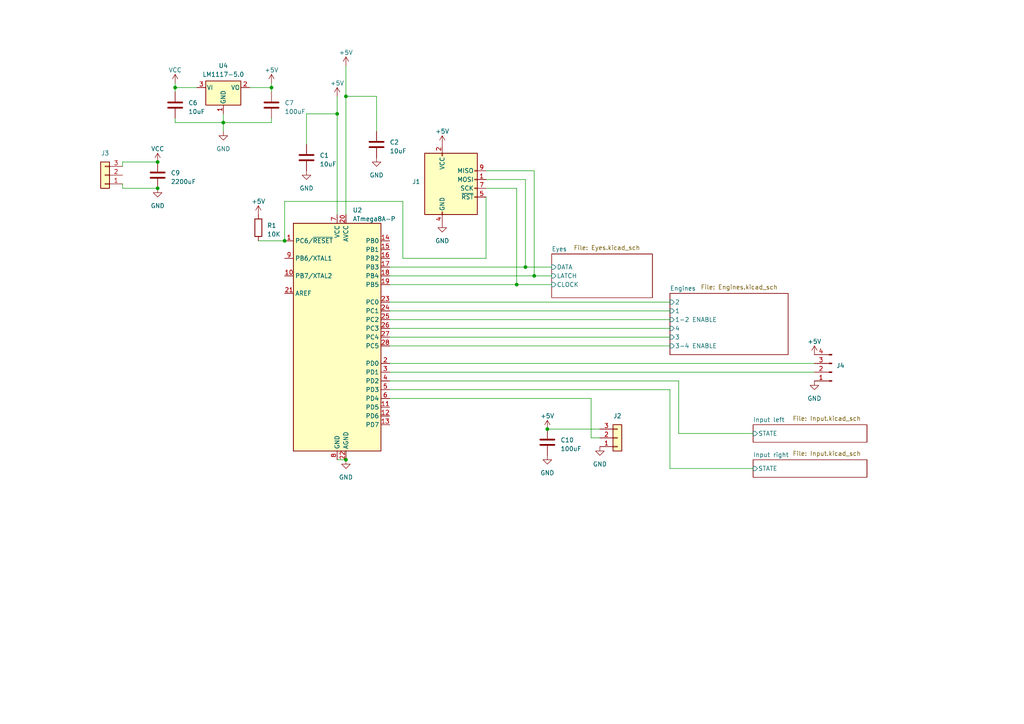
<source format=kicad_sch>
(kicad_sch (version 20230121) (generator eeschema)
  (paper "A4")
  (lib_symbols
    (symbol "+5V_1" (power) (pin_names (offset 0))
      (property "Value" "+5V_1" (at 0 3.556 0))
      (symbol "+5V_1_0_1"
        (polyline (pts (xy -0.762 1.27) (xy 0 2.54)))
        (polyline (pts (xy 0 0) (xy 0 2.54)))
        (polyline (pts (xy 0 2.54) (xy 0.762 1.27)))
      )
      (symbol "+5V_1_1_1"
        (pin power_in line (at 0 0 90) (length 0) hide (name "+5V") (number "1"))
      )
    )
    (symbol "Connector:AVR-ISP-10" (pin_names (offset 1.016))
      (property "Reference" "J" (at -6.35 11.43 0))
      (property "Value" "AVR-ISP-10" (at 0 11.43 0))
      (symbol "AVR-ISP-10_0_1"
        (rectangle (start -2.667 -6.858) (end -2.413 -7.62))
        (rectangle (start -2.667 10.16) (end -2.413 9.398))
        (rectangle (start 7.62 -2.413) (end 6.858 -2.667))
        (rectangle (start 7.62 0.127) (end 6.858 -0.127))
        (rectangle (start 7.62 2.667) (end 6.858 2.413))
        (rectangle (start 7.62 5.207) (end 6.858 4.953))
        (rectangle (start 7.62 10.16) (end -7.62 -7.62) (stroke (width 0.254)) (fill (type background)))
      )
      (symbol "AVR-ISP-10_1_1"
        (pin passive line (at 10.16 2.54 180) (length 2.54) (name "MOSI") (number "1"))
        (pin passive line (at -2.54 -10.16 90) (length 2.54) hide (name "GND") (number "10"))
        (pin passive line (at -2.54 12.7 270) (length 2.54) (name "VCC") (number "2"))
        (pin no_connect line (at 7.62 -5.08 180) (length 2.54) hide (name "NC") (number "3"))
        (pin passive line (at -2.54 -10.16 90) (length 2.54) (name "GND") (number "4"))
        (pin passive line (at 10.16 -2.54 180) (length 2.54) (name "~{RST}") (number "5"))
        (pin passive line (at -2.54 -10.16 90) (length 2.54) hide (name "GND") (number "6"))
        (pin passive line (at 10.16 0 180) (length 2.54) (name "SCK") (number "7"))
        (pin passive line (at -2.54 -10.16 90) (length 2.54) hide (name "GND") (number "8"))
        (pin passive line (at 10.16 5.08 180) (length 2.54) (name "MISO") (number "9"))
      )
    )
    (symbol "Connector:Conn_01x04_Pin" (pin_names (offset 1.016) hide)
      (property "Reference" "J" (at 0 5.08 0))
      (property "Value" "Conn_01x04_Pin" (at 0 -7.62 0))
      (symbol "Conn_01x04_Pin_1_1"
        (polyline (pts (xy 1.27 -5.08) (xy 0.8636 -5.08)) (stroke (width 0.1524)))
        (polyline (pts (xy 1.27 -2.54) (xy 0.8636 -2.54)) (stroke (width 0.1524)))
        (polyline (pts (xy 1.27 0) (xy 0.8636 0)) (stroke (width 0.1524)))
        (polyline (pts (xy 1.27 2.54) (xy 0.8636 2.54)) (stroke (width 0.1524)))
        (rectangle (start 0.8636 -4.953) (end 0 -5.207) (stroke (width 0.1524)) (fill (type outline)))
        (rectangle (start 0.8636 -2.413) (end 0 -2.667) (stroke (width 0.1524)) (fill (type outline)))
        (rectangle (start 0.8636 0.127) (end 0 -0.127) (stroke (width 0.1524)) (fill (type outline)))
        (rectangle (start 0.8636 2.667) (end 0 2.413) (stroke (width 0.1524)) (fill (type outline)))
        (pin passive line (at 5.08 2.54 180) (length 3.81) (name "Pin_1") (number "1"))
        (pin passive line (at 5.08 0 180) (length 3.81) (name "Pin_2") (number "2"))
        (pin passive line (at 5.08 -2.54 180) (length 3.81) (name "Pin_3") (number "3"))
        (pin passive line (at 5.08 -5.08 180) (length 3.81) (name "Pin_4") (number "4"))
      )
    )
    (symbol "Connector_Generic:Conn_01x03" (pin_names (offset 1.016) hide)
      (property "Reference" "J" (at 0 5.08 0))
      (property "Value" "Conn_01x03" (at 0 -5.08 0))
      (symbol "Conn_01x03_1_1"
        (rectangle (start -1.27 -2.413) (end 0 -2.667) (stroke (width 0.1524)))
        (rectangle (start -1.27 0.127) (end 0 -0.127) (stroke (width 0.1524)))
        (rectangle (start -1.27 2.667) (end 0 2.413) (stroke (width 0.1524)))
        (rectangle (start -1.27 3.81) (end 1.27 -3.81) (stroke (width 0.254)) (fill (type background)))
        (pin passive line (at -5.08 2.54 0) (length 3.81) (name "Pin_1") (number "1"))
        (pin passive line (at -5.08 0 0) (length 3.81) (name "Pin_2") (number "2"))
        (pin passive line (at -5.08 -2.54 0) (length 3.81) (name "Pin_3") (number "3"))
      )
    )
    (symbol "Device:C" (pin_numbers hide) (pin_names (offset 0.254))
      (property "Reference" "C" (at 0.635 2.54 0))
      (property "Value" "C" (at 0.635 -2.54 0))
      (symbol "C_0_1"
        (polyline (pts (xy -2.032 -0.762) (xy 2.032 -0.762)) (stroke (width 0.508)))
        (polyline (pts (xy -2.032 0.762) (xy 2.032 0.762)) (stroke (width 0.508)))
      )
      (symbol "C_1_1"
        (pin passive line (at 0 3.81 270) (length 2.794) (name "~") (number "1"))
        (pin passive line (at 0 -3.81 90) (length 2.794) (name "~") (number "2"))
      )
    )
    (symbol "Device:R" (pin_numbers hide) (pin_names (offset 0))
      (property "Reference" "R" (at 2.032 0 90))
      (property "Value" "R" (at 0 0 90))
      (symbol "R_0_1"
        (rectangle (start -1.016 -2.54) (end 1.016 2.54) (stroke (width 0.254)))
      )
      (symbol "R_1_1"
        (pin passive line (at 0 3.81 270) (length 1.27) (name "~") (number "1"))
        (pin passive line (at 0 -3.81 90) (length 1.27) (name "~") (number "2"))
      )
    )
    (symbol "GND_1" (power) (pin_names (offset 0))
      (property "Value" "GND_1" (at 0 -3.81 0))
      (symbol "GND_1_0_1"
        (polyline (pts (xy 0 0) (xy 0 -1.27) (xy 1.27 -1.27) (xy 0 -2.54) (xy -1.27 -1.27) (xy 0 -1.27)))
      )
      (symbol "GND_1_1_1"
        (pin power_in line (at 0 0 270) (length 0) hide (name "GND") (number "1"))
      )
    )
    (symbol "MCU_Microchip_ATmega:ATmega8A-P"
      (property "Reference" "U" (at -12.7 34.29 0))
      (property "Value" "ATmega8A-P" (at 5.08 -34.29 0))
      (symbol "ATmega8A-P_0_1"
        (rectangle (start -12.7 -33.02) (end 12.7 33.02) (stroke (width 0.254)) (fill (type background)))
      )
      (symbol "ATmega8A-P_1_1"
        (pin bidirectional line (at -15.24 27.94 0) (length 2.54) (name "PC6/~{RESET}") (number "1"))
        (pin bidirectional line (at -15.24 17.78 0) (length 2.54) (name "PB7/XTAL2") (number "10"))
        (pin bidirectional line (at 15.24 -20.32 180) (length 2.54) (name "PD5") (number "11"))
        (pin bidirectional line (at 15.24 -22.86 180) (length 2.54) (name "PD6") (number "12"))
        (pin bidirectional line (at 15.24 -25.4 180) (length 2.54) (name "PD7") (number "13"))
        (pin bidirectional line (at 15.24 27.94 180) (length 2.54) (name "PB0") (number "14"))
        (pin bidirectional line (at 15.24 25.4 180) (length 2.54) (name "PB1") (number "15"))
        (pin bidirectional line (at 15.24 22.86 180) (length 2.54) (name "PB2") (number "16"))
        (pin bidirectional line (at 15.24 20.32 180) (length 2.54) (name "PB3") (number "17"))
        (pin bidirectional line (at 15.24 17.78 180) (length 2.54) (name "PB4") (number "18"))
        (pin bidirectional line (at 15.24 15.24 180) (length 2.54) (name "PB5") (number "19"))
        (pin bidirectional line (at 15.24 -7.62 180) (length 2.54) (name "PD0") (number "2"))
        (pin power_in line (at 2.54 35.56 270) (length 2.54) (name "AVCC") (number "20"))
        (pin passive line (at -15.24 12.7 0) (length 2.54) (name "AREF") (number "21"))
        (pin power_in line (at 2.54 -35.56 90) (length 2.54) (name "AGND") (number "22"))
        (pin bidirectional line (at 15.24 10.16 180) (length 2.54) (name "PC0") (number "23"))
        (pin bidirectional line (at 15.24 7.62 180) (length 2.54) (name "PC1") (number "24"))
        (pin bidirectional line (at 15.24 5.08 180) (length 2.54) (name "PC2") (number "25"))
        (pin bidirectional line (at 15.24 2.54 180) (length 2.54) (name "PC3") (number "26"))
        (pin bidirectional line (at 15.24 0 180) (length 2.54) (name "PC4") (number "27"))
        (pin bidirectional line (at 15.24 -2.54 180) (length 2.54) (name "PC5") (number "28"))
        (pin bidirectional line (at 15.24 -10.16 180) (length 2.54) (name "PD1") (number "3"))
        (pin bidirectional line (at 15.24 -12.7 180) (length 2.54) (name "PD2") (number "4"))
        (pin bidirectional line (at 15.24 -15.24 180) (length 2.54) (name "PD3") (number "5"))
        (pin bidirectional line (at 15.24 -17.78 180) (length 2.54) (name "PD4") (number "6"))
        (pin power_in line (at 0 35.56 270) (length 2.54) (name "VCC") (number "7"))
        (pin power_in line (at 0 -35.56 90) (length 2.54) (name "GND") (number "8"))
        (pin bidirectional line (at -15.24 22.86 0) (length 2.54) (name "PB6/XTAL1") (number "9"))
      )
    )
    (symbol "Regulator_Linear:LM1117-5.0" (pin_names (offset 0.254))
      (property "Reference" "U" (at -3.81 3.175 0))
      (property "Value" "LM1117-5.0" (at 0 3.175 0))
      (symbol "LM1117-5.0_0_1"
        (rectangle (start -5.08 -5.08) (end 5.08 1.905) (stroke (width 0.254)) (fill (type background)))
      )
      (symbol "LM1117-5.0_1_1"
        (pin power_in line (at 0 -7.62 90) (length 2.54) (name "GND") (number "1"))
        (pin power_out line (at 7.62 0 180) (length 2.54) (name "VO") (number "2"))
        (pin power_in line (at -7.62 0 0) (length 2.54) (name "VI") (number "3"))
      )
    )
    (symbol "power:+5V" (power) (pin_names (offset 0))
      (property "Value" "+5V" (at 0 3.556 0))
      (symbol "+5V_0_1"
        (polyline (pts (xy -0.762 1.27) (xy 0 2.54)))
        (polyline (pts (xy 0 0) (xy 0 2.54)))
        (polyline (pts (xy 0 2.54) (xy 0.762 1.27)))
      )
      (symbol "+5V_1_1"
        (pin power_in line (at 0 0 90) (length 0) hide (name "+5V") (number "1"))
      )
    )
    (symbol "power:GND" (power) (pin_names (offset 0))
      (property "Value" "GND" (at 0 -3.81 0))
      (symbol "GND_0_1"
        (polyline (pts (xy 0 0) (xy 0 -1.27) (xy 1.27 -1.27) (xy 0 -2.54) (xy -1.27 -1.27) (xy 0 -1.27)))
      )
      (symbol "GND_1_1"
        (pin power_in line (at 0 0 270) (length 0) hide (name "GND") (number "1"))
      )
    )
    (symbol "power:VCC" (power) (pin_names (offset 0))
      (property "Value" "VCC" (at 0 3.81 0))
      (symbol "VCC_0_1"
        (polyline (pts (xy -0.762 1.27) (xy 0 2.54)))
        (polyline (pts (xy 0 0) (xy 0 2.54)))
        (polyline (pts (xy 0 2.54) (xy 0.762 1.27)))
      )
      (symbol "VCC_1_1"
        (pin power_in line (at 0 0 90) (length 0) hide (name "VCC") (number "1"))
      )
    )
  )
  (junction (at 82.55 69.85))
  (junction (at 100.33 27.94))
  (junction (at 149.86 82.55))
  (junction (at 154.94 80.01))
  (junction (at 100.33 133.35))
  (junction (at 78.74 25.4))
  (junction (at 152.4 77.47))
  (junction (at 45.72 54.61))
  (junction (at 158.75 124.46))
  (junction (at 50.8 25.4))
  (junction (at 64.77 35.56))
  (junction (at 45.72 46.99))
  (junction (at 97.79 33.02))
  (wire (pts (xy 88.9 41.91) (xy 88.9 33.02)))
  (wire (pts (xy 97.79 33.02) (xy 97.79 62.23)))
  (wire (pts (xy 113.03 82.55) (xy 149.86 82.55)))
  (wire (pts (xy 45.72 46.99) (xy 35.56 46.99)))
  (wire (pts (xy 152.4 77.47) (xy 160.02 77.47)))
  (wire (pts (xy 78.74 35.56) (xy 78.74 34.29)))
  (wire (pts (xy 196.85 110.49) (xy 196.85 125.73)))
  (wire (pts (xy 154.94 49.53) (xy 140.97 49.53)))
  (wire (pts (xy 88.9 33.02) (xy 97.79 33.02)))
  (wire (pts (xy 113.03 92.71) (xy 194.31 92.71)))
  (wire (pts (xy 74.93 69.85) (xy 82.55 69.85)))
  (wire (pts (xy 100.33 19.05) (xy 100.33 27.94)))
  (wire (pts (xy 113.03 105.41) (xy 236.22 105.41)))
  (wire (pts (xy 50.8 25.4) (xy 50.8 26.67)))
  (wire (pts (xy 171.45 115.57) (xy 171.45 127)))
  (wire (pts (xy 35.56 46.99) (xy 35.56 48.26)))
  (wire (pts (xy 97.79 133.35) (xy 100.33 133.35)))
  (wire (pts (xy 113.03 107.95) (xy 236.22 107.95)))
  (wire (pts (xy 149.86 54.61) (xy 140.97 54.61)))
  (wire (pts (xy 64.77 33.02) (xy 64.77 35.56)))
  (wire (pts (xy 116.84 58.42) (xy 82.55 58.42)))
  (wire (pts (xy 171.45 127) (xy 173.99 127)))
  (wire (pts (xy 116.84 74.93) (xy 116.84 58.42)))
  (wire (pts (xy 113.03 95.25) (xy 194.31 95.25)))
  (wire (pts (xy 149.86 82.55) (xy 160.02 82.55)))
  (wire (pts (xy 113.03 100.33) (xy 194.31 100.33)))
  (wire (pts (xy 113.03 77.47) (xy 152.4 77.47)))
  (wire (pts (xy 113.03 80.01) (xy 154.94 80.01)))
  (wire (pts (xy 109.22 27.94) (xy 100.33 27.94)))
  (wire (pts (xy 196.85 125.73) (xy 218.44 125.73)))
  (wire (pts (xy 64.77 38.1) (xy 64.77 35.56)))
  (wire (pts (xy 113.03 90.17) (xy 194.31 90.17)))
  (wire (pts (xy 45.72 54.61) (xy 35.56 54.61)))
  (wire (pts (xy 152.4 52.07) (xy 140.97 52.07)))
  (wire (pts (xy 152.4 52.07) (xy 152.4 77.47)))
  (wire (pts (xy 64.77 35.56) (xy 78.74 35.56)))
  (wire (pts (xy 78.74 26.67) (xy 78.74 25.4)))
  (wire (pts (xy 50.8 24.13) (xy 50.8 25.4)))
  (wire (pts (xy 140.97 57.15) (xy 140.97 74.93)))
  (wire (pts (xy 140.97 74.93) (xy 116.84 74.93)))
  (wire (pts (xy 78.74 25.4) (xy 72.39 25.4)))
  (wire (pts (xy 113.03 87.63) (xy 194.31 87.63)))
  (wire (pts (xy 173.99 124.46) (xy 158.75 124.46)))
  (wire (pts (xy 113.03 110.49) (xy 196.85 110.49)))
  (wire (pts (xy 82.55 58.42) (xy 82.55 69.85)))
  (wire (pts (xy 149.86 54.61) (xy 149.86 82.55)))
  (wire (pts (xy 100.33 27.94) (xy 100.33 62.23)))
  (wire (pts (xy 50.8 35.56) (xy 64.77 35.56)))
  (wire (pts (xy 194.31 135.89) (xy 194.31 113.03)))
  (wire (pts (xy 113.03 97.79) (xy 194.31 97.79)))
  (wire (pts (xy 194.31 135.89) (xy 218.44 135.89)))
  (wire (pts (xy 154.94 49.53) (xy 154.94 80.01)))
  (wire (pts (xy 194.31 113.03) (xy 113.03 113.03)))
  (wire (pts (xy 113.03 115.57) (xy 171.45 115.57)))
  (wire (pts (xy 97.79 27.94) (xy 97.79 33.02)))
  (wire (pts (xy 35.56 54.61) (xy 35.56 53.34)))
  (wire (pts (xy 154.94 80.01) (xy 160.02 80.01)))
  (wire (pts (xy 109.22 38.1) (xy 109.22 27.94)))
  (wire (pts (xy 78.74 24.13) (xy 78.74 25.4)))
  (wire (pts (xy 57.15 25.4) (xy 50.8 25.4)))
  (wire (pts (xy 50.8 35.56) (xy 50.8 34.29)))
  (symbol (lib_id "Connector:Conn_01x04_Pin") (at 241.3 107.95 180) (unit 1)
    (property "Reference" "J4" (at 242.57 106.045 0) (effects (justify right)))
    (property "Value" "Conn_01x04_Pin" (effects hide))
    (property "Footprint" "Connector_PinSocket_2.54mm:PinSocket_1x04_P2.54mm_Vertical" (effects hide))
  )
  (symbol (lib_id "power:GND") (at 45.72 54.61 0) (unit 1)
    (property "Reference" "#PWR030" (effects hide))
    (property "Value" "GND" (at 45.72 59.69 0))
  )
  (symbol (lib_id "power:GND") (at 173.99 129.54 0) (mirror y) (unit 1)
    (property "Reference" "#PWR028" (effects hide))
    (property "Value" "GND" (at 173.99 134.62 0))
  )
  (symbol (lib_id "power:+5V") (at 158.75 124.46 0) (mirror y) (unit 1)
    (property "Reference" "#PWR027" (effects hide))
    (property "Value" "+5V" (at 158.75 120.65 0))
  )
  (symbol (lib_id "Device:C") (at 45.72 50.8 0) (unit 1)
    (property "Reference" "C9" (at 49.53 50.165 0) (effects (justify left)))
    (property "Value" "2200uF" (at 49.53 52.705 0) (effects (justify left)))
    (property "Footprint" "Capacitor_THT:C_Rect_L4.0mm_W2.5mm_P2.50mm" (effects hide))
  )
  (symbol (lib_name "GND_1") (lib_id "power:GND") (at 236.22 110.49 0) (unit 1)
    (property "Reference" "#PWR042" (effects hide))
    (property "Value" "GND" (at 236.22 115.57 0))
  )
  (symbol (lib_name "+5V_1") (lib_id "power:+5V") (at 236.22 102.87 0) (unit 1)
    (property "Reference" "#PWR043" (effects hide))
    (property "Value" "+5V" (at 236.22 99.06 0))
  )
  (symbol (lib_id "power:GND") (at 64.77 38.1 0) (unit 1)
    (property "Reference" "#PWR012" (effects hide))
    (property "Value" "GND" (at 64.77 43.18 0))
  )
  (symbol (lib_id "Connector:AVR-ISP-10") (at 130.81 54.61 0) (unit 1)
    (property "Reference" "J1" (at 121.92 52.705 0) (effects (justify right)))
    (property "Value" "AVR-ISP-10" (effects hide))
    (property "Footprint" "Connector_IDC:IDC-Header_2x05_P2.54mm_Vertical" (effects hide))
    (property "Datasheet" " ~" (effects hide))
  )
  (symbol (lib_id "MCU_Microchip_ATmega:ATmega8A-P") (at 97.79 97.79 0) (unit 1)
    (property "Reference" "U2" (at 102.2859 60.96 0) (effects (justify left)))
    (property "Value" "ATmega8A-P" (at 102.2859 63.5 0) (effects (justify left)))
    (property "Footprint" "Package_DIP:DIP-28_W7.62mm_LongPads" (effects hide))
    (property "Datasheet" "http://ww1.microchip.com/downloads/en/DeviceDoc/Microchip%208bit%20mcu%20AVR%20ATmega8A%20data%20sheet%2040001974A.pdf" (effects hide))
  )
  (symbol (lib_id "power:+5V") (at 100.33 19.05 0) (unit 1)
    (property "Reference" "#PWR05" (effects hide))
    (property "Value" "+5V" (at 100.33 15.24 0))
  )
  (symbol (lib_id "power:+5V") (at 97.79 27.94 0) (unit 1)
    (property "Reference" "#PWR06" (effects hide))
    (property "Value" "+5V" (at 97.79 24.13 0))
  )
  (symbol (lib_id "power:GND") (at 128.27 64.77 0) (unit 1)
    (property "Reference" "#PWR033" (effects hide))
    (property "Value" "GND" (at 128.27 69.85 0))
  )
  (symbol (lib_id "Connector_Generic:Conn_01x03") (at 30.48 50.8 180) (unit 1)
    (property "Reference" "J3" (at 30.48 44.45 0))
    (property "Value" "Conn_01x03" (effects hide))
    (property "Footprint" "Connector:FanPinHeader_1x03_P2.54mm_Vertical" (effects hide))
  )
  (symbol (lib_id "Regulator_Linear:LM1117-5.0") (at 64.77 25.4 0) (unit 1)
    (property "Reference" "U4" (at 64.77 19.05 0))
    (property "Value" "LM1117-5.0" (at 64.77 21.59 0))
    (property "Footprint" "Package_TO_SOT_THT:TO-220-3_Vertical" (effects hide))
    (property "Datasheet" "http://www.ti.com/lit/ds/symlink/lm1117.pdf" (effects hide))
  )
  (symbol (lib_id "Device:C") (at 50.8 30.48 0) (unit 1)
    (property "Reference" "C6" (at 54.61 29.845 0) (effects (justify left)))
    (property "Value" "10uF" (at 54.61 32.385 0) (effects (justify left)))
    (property "Footprint" "Capacitor_THT:C_Rect_L4.0mm_W2.5mm_P2.50mm" (effects hide))
  )
  (symbol (lib_id "power:+5V") (at 74.93 62.23 0) (unit 1)
    (property "Reference" "#PWR04" (effects hide))
    (property "Value" "+5V" (at 74.93 58.42 0))
  )
  (symbol (lib_id "Device:R") (at 74.93 66.04 0) (unit 1)
    (property "Reference" "R1" (at 77.47 65.405 0) (effects (justify left)))
    (property "Value" "10K" (at 77.47 67.945 0) (effects (justify left)))
    (property "Footprint" "Resistor_THT:R_Axial_DIN0204_L3.6mm_D1.6mm_P5.08mm_Horizontal" (effects hide))
  )
  (symbol (lib_id "power:GND") (at 109.22 45.72 0) (unit 1)
    (property "Reference" "#PWR07" (effects hide))
    (property "Value" "GND" (at 109.22 50.8 0))
  )
  (symbol (lib_id "power:GND") (at 158.75 132.08 0) (mirror y) (unit 1)
    (property "Reference" "#PWR031" (effects hide))
    (property "Value" "GND" (at 158.75 137.16 0))
  )
  (symbol (lib_id "power:+5V") (at 128.27 41.91 0) (unit 1)
    (property "Reference" "#PWR034" (effects hide))
    (property "Value" "+5V" (at 128.27 38.1 0))
  )
  (symbol (lib_id "power:VCC") (at 50.8 24.13 0) (unit 1)
    (property "Reference" "#PWR011" (effects hide))
    (property "Value" "VCC" (at 50.8 20.32 0))
  )
  (symbol (lib_id "power:VCC") (at 45.72 46.99 0) (unit 1)
    (property "Reference" "#PWR029" (effects hide))
    (property "Value" "VCC" (at 45.72 43.18 0))
  )
  (symbol (lib_id "power:+5V") (at 78.74 24.13 0) (unit 1)
    (property "Reference" "#PWR013" (effects hide))
    (property "Value" "+5V" (at 78.74 20.32 0))
  )
  (symbol (lib_id "power:GND") (at 100.33 133.35 0) (unit 1)
    (property "Reference" "#PWR032" (effects hide))
    (property "Value" "GND" (at 100.33 138.43 0))
  )
  (symbol (lib_id "Device:C") (at 109.22 41.91 0) (unit 1)
    (property "Reference" "C2" (at 113.03 41.275 0) (effects (justify left)))
    (property "Value" "10uF" (at 113.03 43.815 0) (effects (justify left)))
    (property "Footprint" "Capacitor_THT:C_Rect_L4.0mm_W2.5mm_P2.50mm" (effects hide))
  )
  (symbol (lib_id "Device:C") (at 78.74 30.48 0) (unit 1)
    (property "Reference" "C7" (at 82.55 29.845 0) (effects (justify left)))
    (property "Value" "100uF" (at 82.55 32.385 0) (effects (justify left)))
    (property "Footprint" "Capacitor_THT:C_Rect_L4.0mm_W2.5mm_P2.50mm" (effects hide))
  )
  (symbol (lib_id "Device:C") (at 88.9 45.72 0) (unit 1)
    (property "Reference" "C1" (at 92.71 45.085 0) (effects (justify left)))
    (property "Value" "10uF" (at 92.71 47.625 0) (effects (justify left)))
    (property "Footprint" "Capacitor_THT:C_Rect_L4.0mm_W2.5mm_P2.50mm" (effects hide))
  )
  (symbol (lib_id "Connector_Generic:Conn_01x03") (at 179.07 127 0) (mirror x) (unit 1)
    (property "Reference" "J2" (at 179.07 120.65 0))
    (property "Value" "Conn_01x03" (effects hide))
    (property "Footprint" "Connector:FanPinHeader_1x03_P2.54mm_Vertical" (effects hide))
  )
  (symbol (lib_id "Device:C") (at 158.75 128.27 0) (mirror y) (unit 1)
    (property "Reference" "C10" (at 162.56 127.635 0) (effects (justify right)))
    (property "Value" "100uF" (at 162.56 130.175 0) (effects (justify right)))
    (property "Footprint" "Capacitor_THT:C_Rect_L4.0mm_W2.5mm_P2.50mm" (effects hide))
  )
  (symbol (lib_id "power:GND") (at 88.9 49.53 0) (unit 1)
    (property "Reference" "#PWR08" (effects hide))
    (property "Value" "GND" (at 88.9 54.61 0))
  )
  (sheet (at 160.02 73.66) (size 29.21 12.7) (stroke (width 0.1524))
    (property "Sheetname" "Eyes" (at 160.02 72.9484 0) (effects (justify left bottom)))
    (property "Sheetfile" "Eyes.kicad_sch" (at 166.37 71.12 0) (effects (justify left top)))
    (pin "DATA" input (at 160.02 77.47 180))
    (pin "CLOCK" input (at 160.02 82.55 180))
    (pin "LATCH" input (at 160.02 80.01 180))
  )
  (sheet (at 218.44 123.19) (size 33.02 5.08) (stroke (width 0.1524))
    (property "Sheetname" "Input left" (at 218.44 122.4784 0) (effects (justify left bottom)))
    (property "Sheetfile" "Input.kicad_sch" (at 229.87 120.65 0) (effects (justify left top)))
    (pin "STATE" input (at 218.44 125.73 180))
  )
  (sheet (at 194.31 85.09) (size 34.29 17.78) (stroke (width 0.1524))
    (property "Sheetname" "Engines" (at 194.31 84.3784 0) (effects (justify left bottom)))
    (property "Sheetfile" "Engines.kicad_sch" (at 203.2 82.55 0) (effects (justify left top)))
    (pin "1" input (at 194.31 90.17 180))
    (pin "2" input (at 194.31 87.63 180))
    (pin "3-4 ENABLE" input (at 194.31 100.33 180))
    (pin "4" input (at 194.31 95.25 180))
    (pin "1-2 ENABLE" input (at 194.31 92.71 180))
    (pin "3" input (at 194.31 97.79 180))
  )
  (sheet (at 218.44 133.35) (size 33.02 5.08) (stroke (width 0.1524))
    (property "Sheetname" "Input right" (at 218.44 132.6384 0) (effects (justify left bottom)))
    (property "Sheetfile" "Input.kicad_sch" (at 229.87 130.81 0) (effects (justify left top)))
    (pin "STATE" input (at 218.44 135.89 180))
  )
)
</source>
